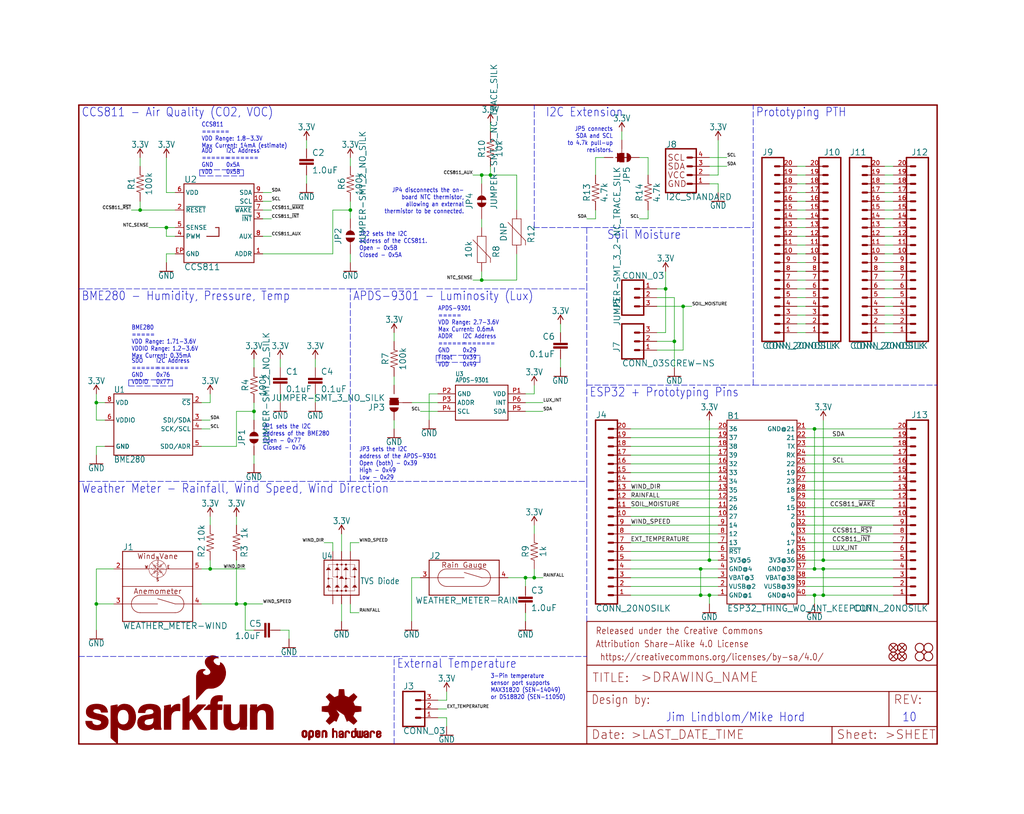
<source format=kicad_sch>
(kicad_sch (version 20211123) (generator eeschema)
  (paper "User" 297.002 236.22)
  (lib_symbols
    (symbol "eagleSchem-eagle-import:0.1UF-0603-25V-(+80{slash}-20%)"
      (property "Reference" "C" (at 1.524 2.921 0))
      (property "Value" "0.1UF-0603-25V-(+80{slash}-20%)" (at 1.524 -2.159 0))
      (symbol "0.1UF-0603-25V-(+80{slash}-20%)_1_0"
        (pin passive line (at 0 5.08 270) (length 2.54) (name "1") (number "1"))
        (pin passive line (at 0 -2.54 90) (length 2.54) (name "2") (number "2"))
      )
    )
    (symbol "eagleSchem-eagle-import:1.0UF-0603-16V-10%"
      (property "Reference" "C" (at 1.524 2.921 0))
      (property "Value" "1.0UF-0603-16V-10%" (at 1.524 -2.159 0))
      (symbol "1.0UF-0603-16V-10%_1_0"
        (pin passive line (at 0 5.08 270) (length 2.54) (name "1") (number "1"))
        (pin passive line (at 0 -2.54 90) (length 2.54) (name "2") (number "2"))
      )
    )
    (symbol "eagleSchem-eagle-import:100KOHM-0603-1{slash}10W-1%"
      (property "Reference" "R" (at 0 1.524 0))
      (property "Value" "100KOHM-0603-1{slash}10W-1%" (at 0 -1.524 0))
      (symbol "100KOHM-0603-1{slash}10W-1%_1_0"
        (pin passive line (at -5.08 0 0) (length 2.54) (name "1") (number "1"))
        (pin passive line (at 5.08 0 180) (length 2.54) (name "2") (number "2"))
      )
    )
    (symbol "eagleSchem-eagle-import:10KOHM-0603-1{slash}10W-1%"
      (property "Reference" "R" (at 0 1.524 0))
      (property "Value" "10KOHM-0603-1{slash}10W-1%" (at 0 -1.524 0))
      (symbol "10KOHM-0603-1{slash}10W-1%_1_0"
        (pin passive line (at -5.08 0 0) (length 2.54) (name "1") (number "1"))
        (pin passive line (at 5.08 0 180) (length 2.54) (name "2") (number "2"))
      )
    )
    (symbol "eagleSchem-eagle-import:1KOHM-0603-1{slash}10W-1%"
      (property "Reference" "R" (at 0 1.524 0))
      (property "Value" "1KOHM-0603-1{slash}10W-1%" (at 0 -1.524 0))
      (symbol "1KOHM-0603-1{slash}10W-1%_1_0"
        (pin passive line (at -5.08 0 0) (length 2.54) (name "1") (number "1"))
        (pin passive line (at 5.08 0 180) (length 2.54) (name "2") (number "2"))
      )
    )
    (symbol "eagleSchem-eagle-import:3.3V" (power)
      (property "Value" "3.3V" (at 0 2.794 0))
      (symbol "3.3V_1_0"
        (pin power_in line (at 0 0 90) (length 2.54) (name "3.3V") (number "1"))
      )
    )
    (symbol "eagleSchem-eagle-import:4.7KOHM-0603-1{slash}10W-1%"
      (property "Reference" "R" (at 0 1.524 0))
      (property "Value" "4.7KOHM-0603-1{slash}10W-1%" (at 0 -1.524 0))
      (symbol "4.7KOHM-0603-1{slash}10W-1%_1_0"
        (pin passive line (at -5.08 0 0) (length 2.54) (name "1") (number "1"))
        (pin passive line (at 5.08 0 180) (length 2.54) (name "2") (number "2"))
      )
    )
    (symbol "eagleSchem-eagle-import:APDS-9301"
      (property "Reference" "U" (at -7.62 7.62 0))
      (property "Value" "APDS-9301" (at -7.62 5.842 0))
      (symbol "APDS-9301_1_0"
        (pin bidirectional line (at 12.7 2.54 180) (length 5.08) (name "VDD") (number "P1"))
        (pin bidirectional line (at -12.7 2.54 0) (length 5.08) (name "GND") (number "P2"))
        (pin bidirectional line (at -12.7 0 0) (length 5.08) (name "ADDR") (number "P3"))
        (pin bidirectional line (at -12.7 -2.54 0) (length 5.08) (name "SCL") (number "P4"))
        (pin bidirectional line (at 12.7 -2.54 180) (length 5.08) (name "SDA") (number "P5"))
        (pin bidirectional line (at 12.7 0 180) (length 5.08) (name "INT") (number "P6"))
      )
    )
    (symbol "eagleSchem-eagle-import:BME280"
      (property "Reference" "U" (at -10.16 7.874 0))
      (property "Value" "BME280" (at -10.16 -10.414 0))
      (symbol "BME280_1_0"
        (pin bidirectional line (at -12.7 -7.62 0) (length 2.54) (name "GND") (number "1"))
        (pin bidirectional line (at 15.24 5.08 180) (length 2.54) (name "~{CS}") (number "2"))
        (pin bidirectional line (at 15.24 0 180) (length 2.54) (name "SDI/SDA") (number "3"))
        (pin bidirectional line (at 15.24 -2.54 180) (length 2.54) (name "SCK/SCL") (number "4"))
        (pin bidirectional line (at 15.24 -7.62 180) (length 2.54) (name "SDO/ADR") (number "5"))
        (pin bidirectional line (at -12.7 0 0) (length 2.54) (name "VDDIO") (number "6"))
        (pin bidirectional line (at -12.7 -7.62 0) (length 2.54) (name "GND") (number "7"))
        (pin bidirectional line (at -12.7 5.08 0) (length 2.54) (name "VDD") (number "8"))
      )
    )
    (symbol "eagleSchem-eagle-import:CCS811"
      (property "Reference" "U" (at -10.16 10.414 0))
      (property "Value" "CCS811" (at -10.16 -12.954 0))
      (symbol "CCS811_1_0"
        (pin bidirectional line (at 12.7 -10.16 180) (length 2.54) (name "ADDR") (number "1"))
        (pin bidirectional line (at 12.7 5.08 180) (length 2.54) (name "SCL") (number "10"))
        (pin bidirectional line (at -12.7 2.54 0) (length 2.54) (name "~{RESET}") (number "2"))
        (pin bidirectional line (at 12.7 0 180) (length 2.54) (name "~{INT}") (number "3"))
        (pin bidirectional line (at -12.7 -5.08 0) (length 2.54) (name "PWM") (number "4"))
        (pin bidirectional line (at -12.7 -2.54 0) (length 2.54) (name "SENSE") (number "5"))
        (pin bidirectional line (at -12.7 7.62 0) (length 2.54) (name "VDD") (number "6"))
        (pin bidirectional line (at 12.7 2.54 180) (length 2.54) (name "~{WAKE}") (number "7"))
        (pin bidirectional line (at 12.7 -5.08 180) (length 2.54) (name "AUX") (number "8"))
        (pin bidirectional line (at 12.7 7.62 180) (length 2.54) (name "SDA") (number "9"))
        (pin bidirectional line (at -12.7 -10.16 0) (length 2.54) (name "GND") (number "EP"))
      )
    )
    (symbol "eagleSchem-eagle-import:CONN_03"
      (property "Reference" "J" (at -2.54 5.588 0))
      (property "Value" "CONN_03" (at -2.54 -7.366 0))
      (symbol "CONN_03_1_0"
        (pin passive line (at 7.62 -2.54 180) (length 5.08) (name "1") (number "1"))
        (pin passive line (at 7.62 0 180) (length 5.08) (name "2") (number "2"))
        (pin passive line (at 7.62 2.54 180) (length 5.08) (name "3") (number "3"))
      )
    )
    (symbol "eagleSchem-eagle-import:CONN_03SCREW-NS"
      (property "Reference" "J" (at -2.54 5.588 0))
      (property "Value" "CONN_03SCREW-NS" (at -2.54 -7.366 0))
      (symbol "CONN_03SCREW-NS_1_0"
        (pin passive line (at 7.62 -2.54 180) (length 5.08) (name "1") (number "1"))
        (pin passive line (at 7.62 0 180) (length 5.08) (name "2") (number "2"))
        (pin passive line (at 7.62 2.54 180) (length 5.08) (name "3") (number "3"))
      )
    )
    (symbol "eagleSchem-eagle-import:CONN_20NOSILK"
      (property "Reference" "J" (at 0 56.388 0))
      (property "Value" "CONN_20NOSILK" (at 0 0.254 0))
      (symbol "CONN_20NOSILK_1_0"
        (pin passive line (at 10.16 5.08 180) (length 5.08) (name "1") (number "1"))
        (pin passive line (at 10.16 27.94 180) (length 5.08) (name "10") (number "10"))
        (pin passive line (at 10.16 30.48 180) (length 5.08) (name "11") (number "11"))
        (pin passive line (at 10.16 33.02 180) (length 5.08) (name "12") (number "12"))
        (pin passive line (at 10.16 35.56 180) (length 5.08) (name "13") (number "13"))
        (pin passive line (at 10.16 38.1 180) (length 5.08) (name "14") (number "14"))
        (pin passive line (at 10.16 40.64 180) (length 5.08) (name "15") (number "15"))
        (pin passive line (at 10.16 43.18 180) (length 5.08) (name "16") (number "16"))
        (pin passive line (at 10.16 45.72 180) (length 5.08) (name "17") (number "17"))
        (pin passive line (at 10.16 48.26 180) (length 5.08) (name "18") (number "18"))
        (pin passive line (at 10.16 50.8 180) (length 5.08) (name "19") (number "19"))
        (pin passive line (at 10.16 7.62 180) (length 5.08) (name "2") (number "2"))
        (pin passive line (at 10.16 53.34 180) (length 5.08) (name "20") (number "20"))
        (pin passive line (at 10.16 10.16 180) (length 5.08) (name "3") (number "3"))
        (pin passive line (at 10.16 12.7 180) (length 5.08) (name "4") (number "4"))
        (pin passive line (at 10.16 15.24 180) (length 5.08) (name "5") (number "5"))
        (pin passive line (at 10.16 17.78 180) (length 5.08) (name "6") (number "6"))
        (pin passive line (at 10.16 20.32 180) (length 5.08) (name "7") (number "7"))
        (pin passive line (at 10.16 22.86 180) (length 5.08) (name "8") (number "8"))
        (pin passive line (at 10.16 25.4 180) (length 5.08) (name "9") (number "9"))
      )
    )
    (symbol "eagleSchem-eagle-import:ESP32_THING_WO_ANT_KEEPOUT"
      (property "Reference" "B" (at -10.16 28.194 0))
      (property "Value" "ESP32_THING_WO_ANT_KEEPOUT" (at -10.16 -25.654 0))
      (symbol "ESP32_THING_WO_ANT_KEEPOUT_1_0"
        (pin bidirectional line (at -12.7 -22.86 0) (length 2.54) (name "GND@1") (number "1"))
        (pin bidirectional line (at -12.7 0 0) (length 2.54) (name "27") (number "10"))
        (pin bidirectional line (at -12.7 2.54 0) (length 2.54) (name "26") (number "11"))
        (pin bidirectional line (at -12.7 5.08 0) (length 2.54) (name "25") (number "12"))
        (pin bidirectional line (at -12.7 7.62 0) (length 2.54) (name "35") (number "13"))
        (pin bidirectional line (at -12.7 10.16 0) (length 2.54) (name "34") (number "14"))
        (pin bidirectional line (at -12.7 12.7 0) (length 2.54) (name "33") (number "15"))
        (pin bidirectional line (at -12.7 15.24 0) (length 2.54) (name "32") (number "16"))
        (pin bidirectional line (at -12.7 17.78 0) (length 2.54) (name "39") (number "17"))
        (pin bidirectional line (at -12.7 20.32 0) (length 2.54) (name "38") (number "18"))
        (pin bidirectional line (at -12.7 22.86 0) (length 2.54) (name "37") (number "19"))
        (pin bidirectional line (at -12.7 -20.32 0) (length 2.54) (name "VUSB@2") (number "2"))
        (pin bidirectional line (at -12.7 25.4 0) (length 2.54) (name "36") (number "20"))
        (pin bidirectional line (at 12.7 25.4 180) (length 2.54) (name "GND@21") (number "21"))
        (pin bidirectional line (at 12.7 22.86 180) (length 2.54) (name "21") (number "22"))
        (pin bidirectional line (at 12.7 20.32 180) (length 2.54) (name "TX") (number "23"))
        (pin bidirectional line (at 12.7 17.78 180) (length 2.54) (name "RX") (number "24"))
        (pin bidirectional line (at 12.7 15.24 180) (length 2.54) (name "22") (number "25"))
        (pin bidirectional line (at 12.7 12.7 180) (length 2.54) (name "19") (number "26"))
        (pin bidirectional line (at 12.7 10.16 180) (length 2.54) (name "23") (number "27"))
        (pin bidirectional line (at 12.7 7.62 180) (length 2.54) (name "18") (number "28"))
        (pin bidirectional line (at 12.7 5.08 180) (length 2.54) (name "5") (number "29"))
        (pin bidirectional line (at -12.7 -17.78 0) (length 2.54) (name "VBAT@3") (number "3"))
        (pin bidirectional line (at 12.7 2.54 180) (length 2.54) (name "15") (number "30"))
        (pin bidirectional line (at 12.7 0 180) (length 2.54) (name "2") (number "31"))
        (pin bidirectional line (at 12.7 -2.54 180) (length 2.54) (name "0") (number "32"))
        (pin bidirectional line (at 12.7 -5.08 180) (length 2.54) (name "4") (number "33"))
        (pin bidirectional line (at 12.7 -7.62 180) (length 2.54) (name "17") (number "34"))
        (pin bidirectional line (at 12.7 -10.16 180) (length 2.54) (name "16") (number "35"))
        (pin bidirectional line (at 12.7 -12.7 180) (length 2.54) (name "3V3@36") (number "36"))
        (pin bidirectional line (at 12.7 -15.24 180) (length 2.54) (name "GND@37") (number "37"))
        (pin bidirectional line (at 12.7 -17.78 180) (length 2.54) (name "VBAT@38") (number "38"))
        (pin bidirectional line (at 12.7 -20.32 180) (length 2.54) (name "VUSB@39") (number "39"))
        (pin bidirectional line (at -12.7 -15.24 0) (length 2.54) (name "GND@4") (number "4"))
        (pin bidirectional line (at 12.7 -22.86 180) (length 2.54) (name "GND@40") (number "40"))
        (pin bidirectional line (at -12.7 -12.7 0) (length 2.54) (name "3V3@5") (number "5"))
        (pin bidirectional line (at -12.7 -10.16 0) (length 2.54) (name "~{RST}") (number "6"))
        (pin bidirectional line (at -12.7 -7.62 0) (length 2.54) (name "13") (number "7"))
        (pin bidirectional line (at -12.7 -5.08 0) (length 2.54) (name "12") (number "8"))
        (pin bidirectional line (at -12.7 -2.54 0) (length 2.54) (name "14") (number "9"))
      )
    )
    (symbol "eagleSchem-eagle-import:FIDUCIAL1X2")
    (symbol "eagleSchem-eagle-import:FRAME-LETTER"
      (symbol "FRAME-LETTER_2_0"
        (text " https://creativecommons.org/licenses/by-sa/4.0/" (at 2.54 24.13 0) (effects (font (size 1.9304 1.6408)) (justify left bottom)))
        (text ">DRAWING_NAME" (at 15.494 17.78 0) (effects (font (size 2.7432 2.7432)) (justify left bottom)))
        (text ">LAST_DATE_TIME" (at 12.7 1.27 0) (effects (font (size 2.54 2.54)) (justify left bottom)))
        (text ">SHEET" (at 86.36 1.27 0) (effects (font (size 2.54 2.54)) (justify left bottom)))
        (text "Attribution Share-Alike 4.0 License" (at 2.54 27.94 0) (effects (font (size 1.9304 1.6408)) (justify left bottom)))
        (text "Date:" (at 1.27 1.27 0) (effects (font (size 2.54 2.54)) (justify left bottom)))
        (text "Design by:" (at 1.27 11.43 0) (effects (font (size 2.54 2.159)) (justify left bottom)))
        (text "Released under the Creative Commons" (at 2.54 31.75 0) (effects (font (size 1.9304 1.6408)) (justify left bottom)))
        (text "REV:" (at 88.9 11.43 0) (effects (font (size 2.54 2.54)) (justify left bottom)))
        (text "Sheet:" (at 72.39 1.27 0) (effects (font (size 2.54 2.54)) (justify left bottom)))
        (text "TITLE:" (at 1.524 17.78 0) (effects (font (size 2.54 2.54)) (justify left bottom)))
      )
    )
    (symbol "eagleSchem-eagle-import:GND" (power)
      (property "Value" "GND" (at 0 -0.254 0))
      (symbol "GND_1_0"
        (pin power_in line (at 0 2.54 270) (length 2.54) (name "GND") (number "1"))
      )
    )
    (symbol "eagleSchem-eagle-import:I2C_STANDARD"
      (property "Reference" "J" (at -5.08 7.874 0))
      (property "Value" "I2C_STANDARD" (at -5.08 -5.334 0))
      (symbol "I2C_STANDARD_1_0"
        (text "GND" (at -4.572 -2.54 0) (effects (font (size 1.778 1.778)) (justify left)))
        (text "SCL" (at -4.572 5.08 0) (effects (font (size 1.778 1.778)) (justify left)))
        (text "SDA" (at -4.572 2.54 0) (effects (font (size 1.778 1.778)) (justify left)))
        (text "VCC" (at -4.572 0 0) (effects (font (size 1.778 1.778)) (justify left)))
        (pin power_in line (at 7.62 -2.54 180) (length 5.08) (name "1") (number "1"))
        (pin power_in line (at 7.62 0 180) (length 5.08) (name "2") (number "2"))
        (pin passive line (at 7.62 2.54 180) (length 5.08) (name "3") (number "3"))
        (pin passive line (at 7.62 5.08 180) (length 5.08) (name "4") (number "4"))
      )
    )
    (symbol "eagleSchem-eagle-import:JUMPER-SMT_2_NC_TRACE_SILK"
      (property "Reference" "JP" (at -2.54 2.54 0))
      (property "Value" "JUMPER-SMT_2_NC_TRACE_SILK" (at -2.54 -2.54 0))
      (symbol "JUMPER-SMT_2_NC_TRACE_SILK_1_0"
        (pin passive line (at -5.08 0 0) (length 2.54) (name "1") (number "1"))
        (pin passive line (at 5.08 0 180) (length 2.54) (name "2") (number "2"))
      )
    )
    (symbol "eagleSchem-eagle-import:JUMPER-SMT_2_NO_SILK"
      (property "Reference" "JP" (at -2.54 2.54 0))
      (property "Value" "JUMPER-SMT_2_NO_SILK" (at -2.54 -2.54 0))
      (symbol "JUMPER-SMT_2_NO_SILK_1_0"
        (pin passive line (at -5.08 0 0) (length 2.54) (name "1") (number "1"))
        (pin passive line (at 5.08 0 180) (length 2.54) (name "2") (number "2"))
      )
    )
    (symbol "eagleSchem-eagle-import:JUMPER-SMT_3_2-NC_TRACE_SILK"
      (property "Reference" "JP" (at 2.54 0.381 0))
      (property "Value" "JUMPER-SMT_3_2-NC_TRACE_SILK" (at 2.54 -0.381 0))
      (symbol "JUMPER-SMT_3_2-NC_TRACE_SILK_1_0"
        (pin passive line (at 0 5.08 270) (length 2.54) (name "1") (number "1"))
        (pin passive line (at -5.08 0 0) (length 2.54) (name "2") (number "2"))
        (pin passive line (at 0 -5.08 90) (length 2.54) (name "3") (number "3"))
      )
    )
    (symbol "eagleSchem-eagle-import:JUMPER-SMT_3_NO_SILK"
      (property "Reference" "JP" (at 2.54 0.381 0))
      (property "Value" "JUMPER-SMT_3_NO_SILK" (at 2.54 -0.381 0))
      (symbol "JUMPER-SMT_3_NO_SILK_1_0"
        (pin passive line (at 0 5.08 270) (length 2.54) (name "1") (number "1"))
        (pin passive line (at -5.08 0 0) (length 2.54) (name "2") (number "2"))
        (pin passive line (at 0 -5.08 90) (length 2.54) (name "3") (number "3"))
      )
    )
    (symbol "eagleSchem-eagle-import:NTC-THERMISTOR-0603"
      (property "Reference" "R" (at 1.905 3.175 0))
      (property "Value" "NTC-THERMISTOR-0603" (at 1.27 -2.794 0))
      (symbol "NTC-THERMISTOR-0603_1_0"
        (pin bidirectional line (at -5.08 0 0) (length 2.54) (name "1") (number "1"))
        (pin bidirectional line (at 7.62 0 180) (length 2.54) (name "2") (number "2"))
      )
    )
    (symbol "eagleSchem-eagle-import:NTC-THERMISTOR-AXIAL-0.1"
      (property "Reference" "R" (at 1.905 3.175 0))
      (property "Value" "NTC-THERMISTOR-AXIAL-0.1" (at 1.27 -2.794 0))
      (symbol "NTC-THERMISTOR-AXIAL-0.1_1_0"
        (pin bidirectional line (at -5.08 0 0) (length 2.54) (name "1") (number "P$1"))
        (pin bidirectional line (at 7.62 0 180) (length 2.54) (name "2") (number "P$2"))
      )
    )
    (symbol "eagleSchem-eagle-import:OSHW-LOGOS")
    (symbol "eagleSchem-eagle-import:SFE_LOGO_FLAME.1_INCH")
    (symbol "eagleSchem-eagle-import:SFE_LOGO_NAME.1_INCH")
    (symbol "eagleSchem-eagle-import:SFE_LOGO_NAME_FLAME.1_INCH")
    (symbol "eagleSchem-eagle-import:STAND-OFF")
    (symbol "eagleSchem-eagle-import:TVS_DIODE_ARRAYSMD"
      (property "Reference" "U" (at 2.54 -10.16 0))
      (property "Value" "TVS_DIODE_ARRAYSMD" (at 2.54 -12.7 0))
      (symbol "TVS_DIODE_ARRAYSMD_1_0"
        (pin bidirectional line (at -2.54 -7.62 90) (length 2.54) (name "IO1") (number "1"))
        (pin bidirectional line (at 0 -7.62 90) (length 2.54) (name "VSS") (number "2"))
        (pin bidirectional line (at 2.54 -7.62 90) (length 2.54) (name "IO2") (number "3"))
        (pin bidirectional line (at 2.54 7.62 270) (length 2.54) (name "IO3") (number "4"))
        (pin bidirectional line (at 0 7.62 270) (length 2.54) (name "VCC") (number "5"))
        (pin bidirectional line (at -2.54 7.62 270) (length 2.54) (name "IO4") (number "6"))
      )
    )
    (symbol "eagleSchem-eagle-import:WEATHER_METER-RAIN"
      (property "Reference" "J" (at -10.16 5.334 0))
      (property "Value" "WEATHER_METER-RAIN" (at -10.16 -5.334 0))
      (symbol "WEATHER_METER-RAIN_1_0"
        (text "Rain Gauge" (at 0 4.572 0) (effects (font (size 1.524 1.524)) (justify top)))
        (pin passive line (at -12.7 0 0) (length 2.54) (name "1") (number "3"))
        (pin passive line (at 12.7 0 180) (length 2.54) (name "2") (number "4"))
      )
    )
    (symbol "eagleSchem-eagle-import:WEATHER_METER-WIND"
      (property "Reference" "J" (at -10.16 7.874 0))
      (property "Value" "WEATHER_METER-WIND" (at -10.16 -12.954 0))
      (symbol "WEATHER_METER-WIND_1_0"
        (text "Anemometer" (at 0 -3.048 0) (effects (font (size 1.524 1.524)) (justify top)))
        (text "E" (at 2.667 2.667 0) (effects (font (size 0.8128 0.8128)) (justify left bottom)))
        (text "N" (at 0 5.207 0) (effects (font (size 0.8128 0.8128)) (justify bottom)))
        (text "S" (at 0 -0.127 0) (effects (font (size 0.8128 0.8128)) (justify top)))
        (text "W" (at -2.667 2.667 0) (effects (font (size 0.8128 0.8128)) (justify right bottom)))
        (text "Wind Vane" (at 0 7.112 0) (effects (font (size 1.524 1.524)) (justify top)))
        (pin bidirectional line (at -12.7 2.54 0) (length 2.54) (name "DIR-1") (number "2"))
        (pin bidirectional line (at -12.7 -7.62 0) (length 2.54) (name "ANN-1") (number "3"))
        (pin bidirectional line (at 12.7 -7.62 180) (length 2.54) (name "ANN-2") (number "4"))
        (pin bidirectional line (at 12.7 2.54 180) (length 2.54) (name "DIR2") (number "5"))
      )
    )
  )
  (junction (at 139.7 50.8))
  (junction (at 203.2 165.1))
  (junction (at 238.76 165.1))
  (junction (at 236.22 124.46))
  (junction (at 203.2 172.72))
  (junction (at 40.64 60.96))
  (junction (at 48.26 66.04))
  (junction (at 205.74 162.56))
  (junction (at 195.58 99.06))
  (junction (at 68.58 175.26))
  (junction (at 154.94 167.64))
  (junction (at 73.66 119.38))
  (junction (at 142.24 50.8))
  (junction (at 139.7 81.28))
  (junction (at 71.12 175.26))
  (junction (at 205.74 172.72))
  (junction (at 193.04 83.82))
  (junction (at 27.94 175.26))
  (junction (at 238.76 162.56))
  (junction (at 152.4 167.64))
  (junction (at 238.76 172.72))
  (junction (at 198.12 88.9))
  (junction (at 60.96 165.1))
  (junction (at 27.94 116.84))
  (junction (at 236.22 172.72))
  (junction (at 236.22 165.1))
  (junction (at 101.6 60.96))
  (polyline (pts (xy 50.038 112.014) (xy 50.038 110.236)))
  (wire (pts (xy 127 208.28) (xy 129.54 208.28)))
  (wire (pts (xy 27.94 116.84) (xy 27.94 114.3)))
  (wire (pts (xy 40.64 45.72) (xy 40.64 48.26)))
  (wire (pts (xy 88.9 40.64) (xy 88.9 43.18)))
  (wire (pts (xy 259.08 68.58) (xy 256.54 68.58)))
  (wire (pts (xy 187.96 63.5) (xy 185.42 63.5)))
  (wire (pts (xy 193.04 83.82) (xy 193.04 78.74)))
  (wire (pts (xy 233.68 66.04) (xy 231.14 66.04)))
  (wire (pts (xy 259.08 76.2) (xy 256.54 76.2)))
  (wire (pts (xy 68.58 162.56) (xy 68.58 175.26)))
  (wire (pts (xy 208.28 53.34) (xy 208.28 55.88)))
  (wire (pts (xy 182.88 147.32) (xy 208.28 147.32)))
  (polyline (pts (xy 22.86 139.7) (xy 101.6 139.7)))
  (wire (pts (xy 259.08 58.42) (xy 256.54 58.42)))
  (wire (pts (xy 33.02 175.26) (xy 27.94 175.26)))
  (wire (pts (xy 101.6 177.8) (xy 104.14 177.8)))
  (wire (pts (xy 238.76 121.92) (xy 238.76 162.56)))
  (wire (pts (xy 190.5 88.9) (xy 198.12 88.9)))
  (wire (pts (xy 233.68 134.62) (xy 259.08 134.62)))
  (wire (pts (xy 259.08 88.9) (xy 256.54 88.9)))
  (polyline (pts (xy 126.492 105.156) (xy 139.192 105.156)))
  (wire (pts (xy 259.08 78.74) (xy 256.54 78.74)))
  (wire (pts (xy 259.08 170.18) (xy 233.68 170.18)))
  (wire (pts (xy 182.88 152.4) (xy 208.28 152.4)))
  (wire (pts (xy 182.88 144.78) (xy 208.28 144.78)))
  (wire (pts (xy 152.4 170.18) (xy 152.4 167.64)))
  (polyline (pts (xy 57.912 51.054) (xy 70.612 51.054)))
  (wire (pts (xy 81.28 182.88) (xy 83.82 182.88)))
  (wire (pts (xy 259.08 60.96) (xy 256.54 60.96)))
  (wire (pts (xy 182.88 129.54) (xy 208.28 129.54)))
  (wire (pts (xy 205.74 175.26) (xy 205.74 172.72)))
  (wire (pts (xy 33.02 165.1) (xy 27.94 165.1)))
  (polyline (pts (xy 139.192 105.156) (xy 139.192 103.124)))
  (wire (pts (xy 30.48 116.84) (xy 27.94 116.84)))
  (wire (pts (xy 233.68 71.12) (xy 231.14 71.12)))
  (wire (pts (xy 68.58 149.86) (xy 68.58 152.4)))
  (wire (pts (xy 195.58 86.36) (xy 195.58 99.06)))
  (wire (pts (xy 187.96 60.96) (xy 187.96 63.5)))
  (wire (pts (xy 172.72 45.72) (xy 175.26 45.72)))
  (wire (pts (xy 48.26 68.58) (xy 50.8 68.58)))
  (wire (pts (xy 30.48 129.54) (xy 27.94 129.54)))
  (wire (pts (xy 73.66 106.68) (xy 73.66 104.14)))
  (wire (pts (xy 76.2 63.5) (xy 78.74 63.5)))
  (wire (pts (xy 233.68 91.44) (xy 231.14 91.44)))
  (wire (pts (xy 114.3 109.22) (xy 114.3 111.76)))
  (polyline (pts (xy 37.338 112.014) (xy 50.038 112.014)))
  (wire (pts (xy 259.08 86.36) (xy 256.54 86.36)))
  (polyline (pts (xy 101.6 83.82) (xy 170.18 83.82)))
  (wire (pts (xy 142.24 35.56) (xy 142.24 38.1)))
  (polyline (pts (xy 218.44 66.04) (xy 218.44 30.48)))
  (wire (pts (xy 236.22 175.26) (xy 236.22 172.72)))
  (polyline (pts (xy 22.86 190.5) (xy 114.3 190.5)))
  (wire (pts (xy 182.88 139.7) (xy 208.28 139.7)))
  (wire (pts (xy 27.94 175.26) (xy 27.94 165.1)))
  (wire (pts (xy 180.34 38.1) (xy 180.34 40.64)))
  (wire (pts (xy 182.88 149.86) (xy 208.28 149.86)))
  (polyline (pts (xy 101.6 139.7) (xy 170.18 139.7)))
  (wire (pts (xy 233.68 48.26) (xy 231.14 48.26)))
  (wire (pts (xy 182.88 157.48) (xy 208.28 157.48)))
  (wire (pts (xy 60.96 116.84) (xy 60.96 114.3)))
  (wire (pts (xy 129.54 203.2) (xy 129.54 200.66)))
  (wire (pts (xy 205.74 172.72) (xy 208.28 172.72)))
  (wire (pts (xy 259.08 152.4) (xy 233.68 152.4)))
  (polyline (pts (xy 22.86 83.82) (xy 101.6 83.82)))
  (wire (pts (xy 236.22 124.46) (xy 233.68 124.46)))
  (wire (pts (xy 58.42 121.92) (xy 60.96 121.92)))
  (wire (pts (xy 58.42 116.84) (xy 60.96 116.84)))
  (wire (pts (xy 182.88 165.1) (xy 203.2 165.1)))
  (wire (pts (xy 81.28 104.14) (xy 81.28 106.68)))
  (wire (pts (xy 259.08 63.5) (xy 256.54 63.5)))
  (wire (pts (xy 101.6 45.72) (xy 101.6 48.26)))
  (wire (pts (xy 71.12 175.26) (xy 68.58 175.26)))
  (wire (pts (xy 259.08 147.32) (xy 233.68 147.32)))
  (wire (pts (xy 259.08 55.88) (xy 256.54 55.88)))
  (wire (pts (xy 259.08 81.28) (xy 256.54 81.28)))
  (wire (pts (xy 182.88 160.02) (xy 208.28 160.02)))
  (wire (pts (xy 190.5 83.82) (xy 193.04 83.82)))
  (wire (pts (xy 259.08 167.64) (xy 233.68 167.64)))
  (wire (pts (xy 236.22 172.72) (xy 233.68 172.72)))
  (polyline (pts (xy 170.18 111.76) (xy 218.44 111.76)))
  (wire (pts (xy 233.68 127) (xy 259.08 127)))
  (wire (pts (xy 60.96 149.86) (xy 60.96 152.4)))
  (wire (pts (xy 91.44 116.84) (xy 91.44 114.3)))
  (wire (pts (xy 68.58 119.38) (xy 73.66 119.38)))
  (wire (pts (xy 127 116.84) (xy 119.38 116.84)))
  (wire (pts (xy 233.68 50.8) (xy 231.14 50.8)))
  (wire (pts (xy 205.74 53.34) (xy 208.28 53.34)))
  (wire (pts (xy 48.26 55.88) (xy 48.26 45.72)))
  (polyline (pts (xy 57.912 49.276) (xy 57.912 51.054)))
  (wire (pts (xy 149.86 73.66) (xy 149.86 81.28)))
  (wire (pts (xy 127 119.38) (xy 121.92 119.38)))
  (wire (pts (xy 157.48 116.84) (xy 152.4 116.84)))
  (polyline (pts (xy 114.3 190.5) (xy 170.18 190.5)))
  (wire (pts (xy 124.46 121.92) (xy 124.46 114.3)))
  (wire (pts (xy 50.8 55.88) (xy 48.26 55.88)))
  (wire (pts (xy 233.68 93.98) (xy 231.14 93.98)))
  (wire (pts (xy 48.26 66.04) (xy 48.26 68.58)))
  (wire (pts (xy 259.08 91.44) (xy 256.54 91.44)))
  (wire (pts (xy 40.64 60.96) (xy 40.64 58.42)))
  (wire (pts (xy 124.46 114.3) (xy 127 114.3)))
  (wire (pts (xy 238.76 172.72) (xy 238.76 165.1)))
  (wire (pts (xy 101.6 63.5) (xy 101.6 60.96)))
  (wire (pts (xy 157.48 167.64) (xy 154.94 167.64)))
  (wire (pts (xy 182.88 154.94) (xy 208.28 154.94)))
  (wire (pts (xy 233.68 149.86) (xy 259.08 149.86)))
  (wire (pts (xy 101.6 76.2) (xy 101.6 73.66)))
  (wire (pts (xy 193.04 96.52) (xy 193.04 83.82)))
  (polyline (pts (xy 218.44 111.76) (xy 218.44 66.04)))
  (wire (pts (xy 236.22 124.46) (xy 236.22 165.1)))
  (wire (pts (xy 101.6 160.02) (xy 101.6 157.48)))
  (wire (pts (xy 182.88 162.56) (xy 205.74 162.56)))
  (wire (pts (xy 76.2 58.42) (xy 78.74 58.42)))
  (polyline (pts (xy 218.44 111.76) (xy 271.78 111.76)))
  (wire (pts (xy 182.88 132.08) (xy 208.28 132.08)))
  (wire (pts (xy 162.56 93.98) (xy 162.56 96.52)))
  (wire (pts (xy 40.64 60.96) (xy 38.1 60.96)))
  (wire (pts (xy 60.96 165.1) (xy 58.42 165.1)))
  (wire (pts (xy 190.5 96.52) (xy 193.04 96.52)))
  (wire (pts (xy 96.52 157.48) (xy 93.98 157.48)))
  (wire (pts (xy 162.56 106.68) (xy 162.56 104.14)))
  (wire (pts (xy 190.5 99.06) (xy 195.58 99.06)))
  (wire (pts (xy 139.7 66.04) (xy 139.7 63.5)))
  (wire (pts (xy 96.52 60.96) (xy 101.6 60.96)))
  (wire (pts (xy 30.48 121.92) (xy 27.94 121.92)))
  (wire (pts (xy 259.08 132.08) (xy 233.68 132.08)))
  (wire (pts (xy 139.7 50.8) (xy 142.24 50.8)))
  (wire (pts (xy 83.82 182.88) (xy 83.82 185.42)))
  (wire (pts (xy 154.94 167.64) (xy 154.94 165.1)))
  (wire (pts (xy 205.74 48.26) (xy 210.82 48.26)))
  (wire (pts (xy 259.08 139.7) (xy 233.68 139.7)))
  (polyline (pts (xy 170.18 66.04) (xy 154.94 66.04)))
  (wire (pts (xy 172.72 60.96) (xy 172.72 63.5)))
  (wire (pts (xy 259.08 48.26) (xy 256.54 48.26)))
  (wire (pts (xy 127 203.2) (xy 129.54 203.2)))
  (wire (pts (xy 233.68 86.36) (xy 231.14 86.36)))
  (wire (pts (xy 114.3 96.52) (xy 114.3 99.06)))
  (wire (pts (xy 259.08 144.78) (xy 233.68 144.78)))
  (wire (pts (xy 48.26 73.66) (xy 48.26 76.2)))
  (wire (pts (xy 81.28 116.84) (xy 81.28 114.3)))
  (wire (pts (xy 259.08 142.24) (xy 233.68 142.24)))
  (polyline (pts (xy 170.18 139.7) (xy 170.18 111.76)))
  (wire (pts (xy 101.6 157.48) (xy 104.14 157.48)))
  (wire (pts (xy 137.16 50.8) (xy 139.7 50.8)))
  (wire (pts (xy 259.08 71.12) (xy 256.54 71.12)))
  (polyline (pts (xy 114.3 215.9) (xy 114.3 190.5)))
  (wire (pts (xy 48.26 66.04) (xy 43.18 66.04)))
  (wire (pts (xy 233.68 53.34) (xy 231.14 53.34)))
  (wire (pts (xy 152.4 180.34) (xy 152.4 177.8)))
  (wire (pts (xy 233.68 83.82) (xy 231.14 83.82)))
  (wire (pts (xy 71.12 182.88) (xy 71.12 175.26)))
  (wire (pts (xy 170.18 63.5) (xy 172.72 63.5)))
  (wire (pts (xy 259.08 53.34) (xy 256.54 53.34)))
  (wire (pts (xy 233.68 55.88) (xy 231.14 55.88)))
  (polyline (pts (xy 170.18 180.34) (xy 170.18 139.7)))
  (polyline (pts (xy 170.18 111.76) (xy 170.18 83.82)))
  (wire (pts (xy 149.86 60.96) (xy 149.86 50.8)))
  (polyline (pts (xy 70.612 49.276) (xy 57.912 49.276)))
  (wire (pts (xy 76.2 55.88) (xy 78.74 55.88)))
  (wire (pts (xy 88.9 53.34) (xy 88.9 50.8)))
  (wire (pts (xy 76.2 175.26) (xy 71.12 175.26)))
  (wire (pts (xy 27.94 121.92) (xy 27.94 116.84)))
  (wire (pts (xy 182.88 134.62) (xy 208.28 134.62)))
  (wire (pts (xy 205.74 121.92) (xy 205.74 162.56)))
  (wire (pts (xy 187.96 50.8) (xy 187.96 45.72)))
  (wire (pts (xy 114.3 124.46) (xy 114.3 121.92)))
  (wire (pts (xy 182.88 137.16) (xy 208.28 137.16)))
  (wire (pts (xy 149.86 81.28) (xy 139.7 81.28)))
  (wire (pts (xy 73.66 134.62) (xy 73.66 132.08)))
  (wire (pts (xy 58.42 124.46) (xy 60.96 124.46)))
  (wire (pts (xy 259.08 129.54) (xy 233.68 129.54)))
  (wire (pts (xy 119.38 167.64) (xy 119.38 180.34)))
  (wire (pts (xy 205.74 50.8) (xy 208.28 50.8)))
  (wire (pts (xy 238.76 165.1) (xy 236.22 165.1)))
  (wire (pts (xy 101.6 175.26) (xy 101.6 177.8)))
  (wire (pts (xy 27.94 182.88) (xy 27.94 175.26)))
  (wire (pts (xy 121.92 167.64) (xy 119.38 167.64)))
  (wire (pts (xy 76.2 73.66) (xy 96.52 73.66)))
  (wire (pts (xy 58.42 129.54) (xy 68.58 129.54)))
  (wire (pts (xy 73.66 121.92) (xy 73.66 119.38)))
  (wire (pts (xy 203.2 165.1) (xy 208.28 165.1)))
  (polyline (pts (xy 101.6 139.7) (xy 101.6 83.82)))
  (wire (pts (xy 233.68 154.94) (xy 259.08 154.94)))
  (wire (pts (xy 182.88 172.72) (xy 203.2 172.72)))
  (wire (pts (xy 99.06 154.94) (xy 99.06 160.02)))
  (wire (pts (xy 198.12 101.6) (xy 198.12 88.9)))
  (wire (pts (xy 129.54 208.28) (xy 129.54 210.82)))
  (wire (pts (xy 101.6 60.96) (xy 101.6 58.42)))
  (polyline (pts (xy 139.192 103.124) (xy 126.492 103.124)))
  (wire (pts (xy 233.68 78.74) (xy 231.14 78.74)))
  (polyline (pts (xy 126.492 103.124) (xy 126.492 105.156)))
  (wire (pts (xy 76.2 60.96) (xy 78.74 60.96)))
  (wire (pts (xy 152.4 167.64) (xy 154.94 167.64)))
  (wire (pts (xy 259.08 137.16) (xy 233.68 137.16)))
  (wire (pts (xy 233.68 160.02) (xy 259.08 160.02)))
  (polyline (pts (xy 70.612 51.054) (xy 70.612 49.276)))
  (wire (pts (xy 127 205.74) (xy 129.54 205.74)))
  (polyline (pts (xy 50.038 110.236) (xy 37.338 110.236)))
  (wire (pts (xy 259.08 165.1) (xy 238.76 165.1)))
  (wire (pts (xy 182.88 167.64) (xy 208.28 167.64)))
  (wire (pts (xy 233.68 73.66) (xy 231.14 73.66)))
  (wire (pts (xy 99.06 180.34) (xy 99.06 175.26)))
  (wire (pts (xy 233.68 58.42) (xy 231.14 58.42)))
  (wire (pts (xy 190.5 86.36) (xy 195.58 86.36)))
  (wire (pts (xy 259.08 93.98) (xy 256.54 93.98)))
  (wire (pts (xy 238.76 162.56) (xy 233.68 162.56)))
  (wire (pts (xy 195.58 99.06) (xy 195.58 106.68)))
  (wire (pts (xy 147.32 167.64) (xy 152.4 167.64)))
  (wire (pts (xy 50.8 73.66) (xy 48.26 73.66)))
  (wire (pts (xy 154.94 152.4) (xy 154.94 154.94)))
  (wire (pts (xy 60.96 165.1) (xy 60.96 162.56)))
  (wire (pts (xy 203.2 172.72) (xy 205.74 172.72)))
  (wire (pts (xy 182.88 124.46) (xy 208.28 124.46)))
  (wire (pts (xy 259.08 83.82) (xy 256.54 83.82)))
  (wire (pts (xy 71.12 165.1) (xy 60.96 165.1)))
  (wire (pts (xy 142.24 50.8) (xy 149.86 50.8)))
  (wire (pts (xy 50.8 66.04) (xy 48.26 66.04)))
  (wire (pts (xy 205.74 45.72) (xy 210.82 45.72)))
  (wire (pts (xy 139.7 81.28) (xy 137.16 81.28)))
  (wire (pts (xy 259.08 96.52) (xy 256.54 96.52)))
  (wire (pts (xy 96.52 73.66) (xy 96.52 60.96)))
  (wire (pts (xy 152.4 114.3) (xy 154.94 114.3)))
  (wire (pts (xy 205.74 162.56) (xy 208.28 162.56)))
  (wire (pts (xy 233.68 63.5) (xy 231.14 63.5)))
  (polyline (pts (xy 37.338 110.236) (xy 37.338 112.014)))
  (wire (pts (xy 238.76 172.72) (xy 236.22 172.72)))
  (wire (pts (xy 259.08 73.66) (xy 256.54 73.66)))
  (wire (pts (xy 233.68 81.28) (xy 231.14 81.28)))
  (wire (pts (xy 182.88 142.24) (xy 208.28 142.24)))
  (wire (pts (xy 96.52 160.02) (xy 96.52 157.48)))
  (wire (pts (xy 233.68 60.96) (xy 231.14 60.96)))
  (wire (pts (xy 233.68 96.52) (xy 231.14 96.52)))
  (wire (pts (xy 259.08 172.72) (xy 238.76 172.72)))
  (wire (pts (xy 259.08 66.04) (xy 256.54 66.04)))
  (polyline (pts (xy 170.18 83.82) (xy 170.18 66.04)))
  (wire (pts (xy 152.4 119.38) (xy 157.48 119.38)))
  (wire (pts (xy 73.66 182.88) (xy 71.12 182.88)))
  (wire (pts (xy 58.42 175.26) (xy 68.58 175.26)))
  (wire (pts (xy 190.5 101.6) (xy 198.12 101.6)))
  (wire (pts (xy 203.2 172.72) (xy 203.2 165.1)))
  (wire (pts (xy 50.8 60.96) (xy 40.64 60.96)))
  (wire (pts (xy 236.22 124.46) (xy 259.08 124.46)))
  (wire (pts (xy 91.44 104.14) (xy 91.44 106.68)))
  (wire (pts (xy 27.94 132.08) (xy 27.94 129.54)))
  (wire (pts (xy 238.76 162.56) (xy 259.08 162.56)))
  (wire (pts (xy 68.58 129.54) (xy 68.58 119.38)))
  (wire (pts (xy 233.68 76.2) (xy 231.14 76.2)))
  (polyline (pts (xy 170.18 66.04) (xy 218.44 66.04)))
  (wire (pts (xy 208.28 50.8) (xy 208.28 40.64)))
  (wire (pts (xy 187.96 45.72) (xy 185.42 45.72)))
  (wire (pts (xy 236.22 165.1) (xy 233.68 165.1)))
  (wire (pts (xy 182.88 170.18) (xy 208.28 170.18)))
  (wire (pts (xy 73.66 119.38) (xy 73.66 116.84)))
  (wire (pts (xy 139.7 53.34) (xy 139.7 50.8)))
  (wire (pts (xy 259.08 50.8) (xy 256.54 50.8)))
  (wire (pts (xy 142.24 48.26) (xy 142.24 50.8)))
  (polyline (pts (xy 154.94 66.04) (xy 154.94 30.48)))
  (wire (pts (xy 154.94 114.3) (xy 154.94 111.76)))
  (wire (pts (xy 233.68 68.58) (xy 231.14 68.58)))
  (wire (pts (xy 233.68 88.9) (xy 231.14 88.9)))
  (wire (pts (xy 172.72 50.8) (xy 172.72 45.72)))
  (wire (pts (xy 76.2 68.58) (xy 78.74 68.58)))
  (wire (pts (xy 198.12 88.9) (xy 200.66 88.9)))
  (wire (pts (xy 233.68 157.48) (xy 259.08 157.48)))
  (wire (pts (xy 139.7 81.28) (xy 139.7 78.74)))
  (wire (pts (xy 182.88 127) (xy 208.28 127)))
  (text "ADD\n======\nGND\nVDD" (at 58.42 50.8 180) (effects (font (size 1.27 1.0795)) (justify left bottom)))
  (text "I2C Address\n=======\n0x29\n0x39\n0x49" (at 134.112 106.68 180) (effects (font (size 1.27 1.0795)) (justify left bottom)))
  (text "ADDR\n======\nGND\nFloat\nVDD" (at 127 106.68 180) (effects (font (size 1.27 1.0795)) (justify left bottom)))
  (text "BME280 - Humidity, Pressure, Temp" (at 23.622 84.582 180) (effects (font (size 2.54 2.159)) (justify left top)))
  (text "I2C Extension" (at 158.242 31.242 180) (effects (font (size 2.54 2.159)) (justify left top)))
  (text "JP2 sets the I2C\naddress of the CCS811.\nOpen - 0x5B\nClosed - 0x5A" (at 104.14 71.12 0) (effects (font (size 1.27 1.0795)) (justify left)))
  (text "JP4 disconnects the on-\nboard NTC thermistor,\nallowing an external\nthermistor to be connected." (at 134.62 58.42 0) (effects (font (size 1.27 1.0795)) (justify right)))
  (text "I2C Address\n=======\n0x76\n0x77" (at 45.212 111.76 180) (effects (font (size 1.27 1.0795)) (justify left bottom)))
  (text "Prototyping PTH" (at 219.202 31.242 180) (effects (font (size 2.54 2.159)) (justify left top)))
  (text "JP5 connects\nSDA and SCL\nto 4.7k pull-up\nresistors." (at 177.8 40.64 0) (effects (font (size 1.27 1.0795)) (justify right)))
  (text "I2C Address\n=======\n0x5A\n0x5B" (at 65.532 50.8 180) (effects (font (size 1.27 1.0795)) (justify left bottom)))
  (text "Weather Meter - Rainfall, Wind Speed, Wind Direction" (at 23.622 140.462 0) (effects (font (size 2.54 2.159)) (justify left top)))
  (text "External Temperature" (at 115.062 191.262 180) (effects (font (size 2.54 2.159)) (justify left top)))
  (text "APDS-9301\n=====\nVDD Range: 2.7-3.6V\nMax Current: 0.6mA" (at 127 96.52 0) (effects (font (size 1.27 1.0795)) (justify left bottom)))
  (text "JP1 sets the I2C\naddress of the BME280\nOpen - 0x77\nClosed - 0x76" (at 76.2 127 0) (effects (font (size 1.27 1.0795)) (justify left)))
  (text "CCS811 - Air Quality (CO2, VOC)" (at 23.622 31.242 180) (effects (font (size 2.54 2.159)) (justify left top)))
  (text "BME280\n=====\nVDD Range: 1.71-3.6V\nVDDIO Range: 1.2-3.6V\nMax Current: 0.35mA" (at 38.1 104.14 0) (effects (font (size 1.27 1.0795)) (justify left bottom)))
  (text "3-Pin temperature\nsensor port supports\nMAX31820 (SEN-14049)\nor DS18B20 (SEN-11050)" (at 142.24 195.58 0) (effects (font (size 1.27 1.0795)) (justify left top)))
  (text "Jim Lindblom/Mike Hord" (at 193.04 208.28 180) (effects (font (size 2.54 2.159)) (justify left)))
  (text "SDO\n======\nGND\nVDDIO" (at 38.1 111.76 180) (effects (font (size 1.27 1.0795)) (justify left bottom)))
  (text "JP3 sets the I2C\naddress of the APDS-9301\nOpen (both) - 0x39\nHigh - 0x49\nLow - 0x29" (at 104.14 134.62 0) (effects (font (size 1.27 1.0795)) (justify left)))
  (text "APDS-9301 - Luminosity (Lux)" (at 102.362 84.582 180) (effects (font (size 2.54 2.159)) (justify left top)))
  (text "Soil Moisture" (at 176.022 66.802 180) (effects (font (size 2.54 2.159)) (justify left top)))
  (text "CCS811\n======\nVDD Range: 1.8-3.3V\nMax Current: 14mA (estimate)" (at 58.42 43.18 0) (effects (font (size 1.27 1.0795)) (justify left bottom)))
  (text "ESP32 + Prototyping Pins" (at 170.942 112.522 180) (effects (font (size 2.54 2.159)) (justify left top)))
  (text "10" (at 261.62 208.28 180) (effects (font (size 2.54 2.159)) (justify left)))
  (label "CCS811_AUX" (at 78.74 68.58 0) (effects (font (size 0.889 0.889))))
  (label "WIND_SPEED" (at 104.14 157.48 0) (effects (font (size 0.889 0.889))))
  (label "WIND_DIR" (at 71.12 165.1 180) (effects (font (size 0.889 0.889))))
  (label "RAINFALL" (at 157.48 167.64 0) (effects (font (size 0.889 0.889))))
  (label "RAINFALL" (at 104.14 177.8 0) (effects (font (size 0.889 0.889))))
  (label "SCL" (at 121.92 119.38 180) (effects (font (size 0.889 0.889))))
  (label "CCS811_~{WAKE}" (at 78.74 60.96 0) (effects (font (size 0.889 0.889))))
  (label "SDA" (at 78.74 55.88 0) (effects (font (size 0.889 0.889))))
  (label "WIND_DIR" (at 93.98 157.48 180) (effects (font (size 0.889 0.889))))
  (label "NTC_SENSE" (at 137.16 81.28 180) (effects (font (size 0.889 0.889))))
  (label "LUX_INT" (at 241.3 160.02 0) (effects (font (size 1.2446 1.2446))))
  (label "SCL" (at 78.74 58.42 0) (effects (font (size 0.889 0.889))))
  (label "WIND_SPEED" (at 76.2 175.26 0) (effects (font (size 0.889 0.889))))
  (label "SCL" (at 241.3 134.62 0) (effects (font (size 1.2446 1.2446))))
  (label "CCS811_~{INT}" (at 78.74 63.5 0) (effects (font (size 0.889 0.889))))
  (label "SCL" (at 185.42 63.5 180) (effects (font (size 0.889 0.889))))
  (label "SDA" (at 210.82 48.26 0) (effects (font (size 0.889 0.889))))
  (label "CCS811_AUX" (at 137.16 50.8 180) (effects (font (size 0.889 0.889))))
  (label "SDA" (at 241.3 127 0) (effects (font (size 1.2446 1.2446))))
  (label "SDA" (at 170.18 63.5 180) (effects (font (size 0.889 0.889))))
  (label "CCS811_~{RST}" (at 38.1 60.96 180) (effects (font (size 0.889 0.889))))
  (label "CCS811_~{WAKE}" (at 240.665 147.32 0) (effects (font (size 1.2446 1.2446))))
  (label "LUX_INT" (at 157.48 116.84 0) (effects (font (size 0.889 0.889))))
  (label "WIND_DIR" (at 182.88 142.24 0) (effects (font (size 1.2446 1.2446))))
  (label "EXT_TEMPERATURE" (at 129.54 205.74 0) (effects (font (size 0.889 0.889))))
  (label "SCL" (at 210.82 45.72 0) (effects (font (size 0.889 0.889))))
  (label "SDA" (at 60.96 121.92 0) (effects (font (size 0.889 0.889))))
  (label "SOIL_MOISTURE" (at 200.66 88.9 0) (effects (font (size 0.889 0.889))))
  (label "EXT_TEMPERATURE" (at 182.88 157.48 0) (effects (font (size 1.2446 1.2446))))
  (label "RAINFALL" (at 182.88 144.78 0) (effects (font (size 1.2446 1.2446))))
  (label "WIND_SPEED" (at 182.88 152.4 0) (effects (font (size 1.2446 1.2446))))
  (label "NTC_SENSE" (at 43.18 66.04 180) (effects (font (size 0.889 0.889))))
  (label "CCS811_~{INT}" (at 241.3 157.48 0) (effects (font (size 1.2446 1.2446))))
  (label "SOIL_MOISTURE" (at 182.88 147.32 0) (effects (font (size 1.2446 1.2446))))
  (label "SDA" (at 157.48 119.38 0) (effects (font (size 0.889 0.889))))
  (label "CCS811_~{RST}" (at 241.3 154.94 0) (effects (font (size 1.2446 1.2446))))
  (label "SCL" (at 60.96 124.46 0) (effects (font (size 0.889 0.889))))
  (symbol (lib_id "eagleSchem-eagle-import:STAND-OFF") (at 266.7 187.96 0) (unit 1)
    (property "Reference" "H1" (effects hide))
    (property "Value" "STAND-OFF" (effects hide))
    (property "Footprint" "eagleSchem:STAND-OFF" (effects hide))
  )
  (symbol (lib_id "eagleSchem-eagle-import:GND") (at 101.6 78.74 0) (unit 1)
    (property "Reference" "#GND9" (effects hide))
    (property "Value" "GND" (at 101.6 78.994 0) (effects (font (size 1.778 1.5113)) (justify top)))
    (property "Footprint" "eagleSchem:" (effects hide))
  )
  (symbol (lib_id "eagleSchem-eagle-import:3.3V") (at 238.76 121.92 0) (unit 1)
    (property "Reference" "#SUPPLY22" (effects hide))
    (property "Value" "3.3V" (at 238.76 119.126 0) (effects (font (size 1.778 1.5113)) (justify bottom)))
    (property "Footprint" "eagleSchem:" (effects hide))
  )
  (symbol (lib_id "eagleSchem-eagle-import:FRAME-LETTER") (at 170.18 215.9 0) (unit 2)
    (property "Reference" "FRAME1" (effects hide))
    (property "Value" "FRAME-LETTER" (effects hide))
    (property "Footprint" "eagleSchem:CREATIVE_COMMONS" (effects hide))
  )
  (symbol (lib_id "eagleSchem-eagle-import:STAND-OFF") (at 269.24 187.96 0) (unit 1)
    (property "Reference" "H3" (effects hide))
    (property "Value" "STAND-OFF" (effects hide))
    (property "Footprint" "eagleSchem:STAND-OFF" (effects hide))
  )
  (symbol (lib_id "eagleSchem-eagle-import:FIDUCIAL1X2") (at 261.62 187.96 0) (unit 1)
    (property "Reference" "FD2" (effects hide))
    (property "Value" "FIDUCIAL1X2" (effects hide))
    (property "Footprint" "eagleSchem:FIDUCIAL-1X2" (effects hide))
  )
  (symbol (lib_id "eagleSchem-eagle-import:0.1UF-0603-25V-(+80{slash}-20%)") (at 81.28 111.76 0) (unit 1)
    (property "Reference" "C1" (at 82.804 108.839 0) (effects (font (size 1.778 1.778)) (justify left bottom)))
    (property "Value" "0.1uF" (at 82.804 113.919 0) (effects (font (size 1.778 1.778)) (justify left bottom)))
    (property "Footprint" "eagleSchem:0603" (effects hide))
  )
  (symbol (lib_id "eagleSchem-eagle-import:GND") (at 129.54 213.36 0) (unit 1)
    (property "Reference" "#GND14" (effects hide))
    (property "Value" "GND" (at 129.54 213.614 0) (effects (font (size 1.778 1.5113)) (justify top)))
    (property "Footprint" "eagleSchem:" (effects hide))
  )
  (symbol (lib_id "eagleSchem-eagle-import:3.3V") (at 114.3 96.52 0) (unit 1)
    (property "Reference" "#SUPPLY12" (effects hide))
    (property "Value" "3.3V" (at 114.3 93.726 0) (effects (font (size 1.778 1.5113)) (justify bottom)))
    (property "Footprint" "eagleSchem:" (effects hide))
  )
  (symbol (lib_id "eagleSchem-eagle-import:3.3V") (at 142.24 35.56 0) (unit 1)
    (property "Reference" "#SUPPLY15" (effects hide))
    (property "Value" "3.3V" (at 142.24 32.766 0) (effects (font (size 1.778 1.5113)) (justify bottom)))
    (property "Footprint" "eagleSchem:" (effects hide))
  )
  (symbol (lib_id "eagleSchem-eagle-import:100KOHM-0603-1{slash}10W-1%") (at 114.3 104.14 90) (unit 1)
    (property "Reference" "R7" (at 112.776 104.14 0) (effects (font (size 1.778 1.778)) (justify bottom)))
    (property "Value" "100k" (at 115.824 104.14 0) (effects (font (size 1.778 1.778)) (justify top)))
    (property "Footprint" "eagleSchem:0603" (effects hide))
  )
  (symbol (lib_id "eagleSchem-eagle-import:4.7KOHM-0603-1{slash}10W-1%") (at 172.72 55.88 90) (unit 1)
    (property "Reference" "R13" (at 171.196 55.88 0) (effects (font (size 1.778 1.778)) (justify bottom)))
    (property "Value" "4.7k" (at 174.244 55.88 0) (effects (font (size 1.778 1.778)) (justify top)))
    (property "Footprint" "eagleSchem:0603" (effects hide))
  )
  (symbol (lib_id "eagleSchem-eagle-import:100KOHM-0603-1{slash}10W-1%") (at 101.6 53.34 90) (unit 1)
    (property "Reference" "R6" (at 100.076 53.34 0) (effects (font (size 1.778 1.778)) (justify bottom)))
    (property "Value" "100k" (at 103.124 53.34 0) (effects (font (size 1.778 1.778)) (justify top)))
    (property "Footprint" "eagleSchem:0603" (effects hide))
  )
  (symbol (lib_id "eagleSchem-eagle-import:GND") (at 162.56 109.22 0) (unit 1)
    (property "Reference" "#GND15" (effects hide))
    (property "Value" "GND" (at 162.56 109.474 0) (effects (font (size 1.778 1.5113)) (justify top)))
    (property "Footprint" "eagleSchem:" (effects hide))
  )
  (symbol (lib_id "eagleSchem-eagle-import:JUMPER-SMT_2_NC_TRACE_SILK") (at 139.7 58.42 90) (unit 1)
    (property "Reference" "JP4" (at 137.16 60.96 0) (effects (font (size 1.778 1.778)) (justify left bottom)))
    (property "Value" "JUMPER-SMT_2_NC_TRACE_SILK" (at 142.24 60.96 0) (effects (font (size 1.778 1.778)) (justify left top)))
    (property "Footprint" "eagleSchem:SMT-JUMPER_2_NC_TRACE_SILK" (effects hide))
  )
  (symbol (lib_id "eagleSchem-eagle-import:3.3V") (at 40.64 45.72 0) (unit 1)
    (property "Reference" "#SUPPLY2" (effects hide))
    (property "Value" "3.3V" (at 40.64 42.926 0) (effects (font (size 1.778 1.5113)) (justify bottom)))
    (property "Footprint" "eagleSchem:" (effects hide))
  )
  (symbol (lib_id "eagleSchem-eagle-import:GND") (at 27.94 185.42 0) (unit 1)
    (property "Reference" "#GND2" (effects hide))
    (property "Value" "GND" (at 27.94 185.674 0) (effects (font (size 1.778 1.5113)) (justify top)))
    (property "Footprint" "eagleSchem:" (effects hide))
  )
  (symbol (lib_id "eagleSchem-eagle-import:I2C_STANDARD") (at 198.12 50.8 0) (unit 1)
    (property "Reference" "J8" (at 193.04 42.926 0) (effects (font (size 1.778 1.778)) (justify left bottom)))
    (property "Value" "I2C_STANDARD" (at 193.04 56.134 0) (effects (font (size 1.778 1.778)) (justify left top)))
    (property "Footprint" "eagleSchem:1X04" (effects hide))
  )
  (symbol (lib_id "eagleSchem-eagle-import:TVS_DIODE_ARRAYSMD") (at 99.06 167.64 0) (unit 1)
    (property "Reference" "U4" (at 96.52 162.306 0) (effects (font (size 1.778 1.5113)) (justify right bottom)))
    (property "Value" "TVS Diode" (at 104.394 167.64 0) (effects (font (size 1.778 1.5113)) (justify left top)))
    (property "Footprint" "eagleSchem:SOT-23-6" (effects hide))
  )
  (symbol (lib_id "eagleSchem-eagle-import:3.3V") (at 81.28 104.14 0) (unit 1)
    (property "Reference" "#SUPPLY8" (effects hide))
    (property "Value" "3.3V" (at 81.28 101.346 0) (effects (font (size 1.778 1.5113)) (justify bottom)))
    (property "Footprint" "eagleSchem:" (effects hide))
  )
  (symbol (lib_id "eagleSchem-eagle-import:3.3V") (at 27.94 114.3 0) (unit 1)
    (property "Reference" "#SUPPLY1" (effects hide))
    (property "Value" "3.3V" (at 27.94 111.506 0) (effects (font (size 1.778 1.5113)) (justify bottom)))
    (property "Footprint" "eagleSchem:" (effects hide))
  )
  (symbol (lib_id "eagleSchem-eagle-import:CONN_20NOSILK") (at 172.72 177.8 0) (unit 1)
    (property "Reference" "J4" (at 172.72 121.412 0) (effects (font (size 1.778 1.778)) (justify left bottom)))
    (property "Value" "CONN_20NOSILK" (at 172.72 177.546 0) (effects (font (size 1.778 1.778)) (justify left bottom)))
    (property "Footprint" "eagleSchem:1X20_NOSILK" (effects hide))
  )
  (symbol (lib_id "eagleSchem-eagle-import:3.3V") (at 154.94 152.4 0) (unit 1)
    (property "Reference" "#SUPPLY14" (effects hide))
    (property "Value" "3.3V" (at 154.94 149.606 0) (effects (font (size 1.778 1.5113)) (justify bottom)))
    (property "Footprint" "eagleSchem:" (effects hide))
  )
  (symbol (lib_id "eagleSchem-eagle-import:CCS811") (at 63.5 63.5 0) (unit 1)
    (property "Reference" "U2" (at 53.34 53.086 0) (effects (font (size 1.778 1.778)) (justify left bottom)))
    (property "Value" "CCS811" (at 53.34 76.454 0) (effects (font (size 1.778 1.778)) (justify left top)))
    (property "Footprint" "eagleSchem:LGA10-2.7X4.0MM" (effects hide))
  )
  (symbol (lib_id "eagleSchem-eagle-import:10KOHM-0603-1{slash}10W-1%") (at 60.96 157.48 90) (unit 1)
    (property "Reference" "R2" (at 59.436 160.02 0) (effects (font (size 1.778 1.778)) (justify bottom)))
    (property "Value" "10k" (at 59.436 154.686 0) (effects (font (size 1.778 1.778)) (justify bottom)))
    (property "Footprint" "eagleSchem:0603" (effects hide))
  )
  (symbol (lib_id "eagleSchem-eagle-import:WEATHER_METER-WIND") (at 45.72 167.64 0) (unit 1)
    (property "Reference" "J1" (at 35.56 159.766 0) (effects (font (size 1.778 1.778)) (justify left bottom)))
    (property "Value" "WEATHER_METER-WIND" (at 35.56 180.594 0) (effects (font (size 1.778 1.778)) (justify left top)))
    (property "Footprint" "eagleSchem:RJ11-6" (effects hide))
  )
  (symbol (lib_id "eagleSchem-eagle-import:FIDUCIAL1X2") (at 259.08 187.96 0) (unit 1)
    (property "Reference" "FD3" (effects hide))
    (property "Value" "FIDUCIAL1X2" (effects hide))
    (property "Footprint" "eagleSchem:FIDUCIAL-1X2" (effects hide))
  )
  (symbol (lib_id "eagleSchem-eagle-import:FIDUCIAL1X2") (at 259.08 190.5 0) (unit 1)
    (property "Reference" "FD4" (effects hide))
    (property "Value" "FIDUCIAL1X2" (effects hide))
    (property "Footprint" "eagleSchem:FIDUCIAL-1X2" (effects hide))
  )
  (symbol (lib_id "eagleSchem-eagle-import:3.3V") (at 208.28 40.64 0) (unit 1)
    (property "Reference" "#SUPPLY21" (effects hide))
    (property "Value" "3.3V" (at 208.28 37.846 0) (effects (font (size 1.778 1.5113)) (justify bottom)))
    (property "Footprint" "eagleSchem:" (effects hide))
  )
  (symbol (lib_id "eagleSchem-eagle-import:OSHW-LOGOS") (at 99.06 205.74 0) (unit 1)
    (property "Reference" "LOGO4" (effects hide))
    (property "Value" "OSHW-LOGOS" (effects hide))
    (property "Footprint" "eagleSchem:OSHW-LOGO-S" (effects hide))
  )
  (symbol (lib_id "eagleSchem-eagle-import:GND") (at 114.3 127 0) (unit 1)
    (property "Reference" "#GND11" (effects hide))
    (property "Value" "GND" (at 114.3 127.254 0) (effects (font (size 1.778 1.5113)) (justify top)))
    (property "Footprint" "eagleSchem:" (effects hide))
  )
  (symbol (lib_id "eagleSchem-eagle-import:3.3V") (at 60.96 114.3 0) (unit 1)
    (property "Reference" "#SUPPLY4" (effects hide))
    (property "Value" "3.3V" (at 60.96 111.506 0) (effects (font (size 1.778 1.5113)) (justify bottom)))
    (property "Footprint" "eagleSchem:" (effects hide))
  )
  (symbol (lib_id "eagleSchem-eagle-import:10KOHM-0603-1{slash}10W-1%") (at 142.24 43.18 90) (unit 1)
    (property "Reference" "R10" (at 140.716 43.18 0) (effects (font (size 1.778 1.778)) (justify bottom)))
    (property "Value" "10k" (at 143.764 43.18 0) (effects (font (size 1.778 1.778)) (justify top)))
    (property "Footprint" "eagleSchem:0603" (effects hide))
  )
  (symbol (lib_id "eagleSchem-eagle-import:GND") (at 124.46 124.46 0) (unit 1)
    (property "Reference" "#GND12" (effects hide))
    (property "Value" "GND" (at 124.46 124.714 0) (effects (font (size 1.778 1.5113)) (justify top)))
    (property "Footprint" "eagleSchem:" (effects hide))
  )
  (symbol (lib_id "eagleSchem-eagle-import:APDS-9301") (at 139.7 116.84 0) (unit 1)
    (property "Reference" "U3" (at 132.08 109.22 0) (effects (font (size 1.27 1.0795)) (justify left bottom)))
    (property "Value" "APDS-9301" (at 132.08 110.998 0) (effects (font (size 1.27 1.0795)) (justify left bottom)))
    (property "Footprint" "eagleSchem:CHIPLED-6" (effects hide))
  )
  (symbol (lib_id "eagleSchem-eagle-import:1.0UF-0603-16V-10%") (at 152.4 175.26 0) (unit 1)
    (property "Reference" "C3" (at 153.924 172.339 0) (effects (font (size 1.778 1.778)) (justify left bottom)))
    (property "Value" "1.0uF" (at 153.924 177.419 0) (effects (font (size 1.778 1.778)) (justify left bottom)))
    (property "Footprint" "eagleSchem:0603" (effects hide))
  )
  (symbol (lib_id "eagleSchem-eagle-import:NTC-THERMISTOR-AXIAL-0.1") (at 149.86 66.04 270) (unit 1)
    (property "Reference" "R12" (at 153.035 67.945 0) (effects (font (size 1.778 1.778)) (justify bottom)))
    (property "Value" "DNP" (at 147.066 67.31 0) (effects (font (size 1.778 1.778)) (justify top)))
    (property "Footprint" "eagleSchem:AXIAL-0.1" (effects hide))
  )
  (symbol (lib_id "eagleSchem-eagle-import:ESP32_THING_WO_ANT_KEEPOUT") (at 220.98 149.86 0) (unit 1)
    (property "Reference" "B1" (at 210.82 121.666 0) (effects (font (size 1.778 1.778)) (justify left bottom)))
    (property "Value" "ESP32_THING_WO_ANT_KEEPOUT" (at 210.82 175.514 0) (effects (font (size 1.778 1.778)) (justify left top)))
    (property "Footprint" "eagleSchem:ESP32_THING_NO_ANT" (effects hide))
  )
  (symbol (lib_id "eagleSchem-eagle-import:3.3V") (at 73.66 104.14 0) (unit 1)
    (property "Reference" "#SUPPLY7" (effects hide))
    (property "Value" "3.3V" (at 73.66 101.346 0) (effects (font (size 1.778 1.5113)) (justify bottom)))
    (property "Footprint" "eagleSchem:" (effects hide))
  )
  (symbol (lib_id "eagleSchem-eagle-import:3.3V") (at 88.9 40.64 0) (unit 1)
    (property "Reference" "#SUPPLY9" (effects hide))
    (property "Value" "3.3V" (at 88.9 37.846 0) (effects (font (size 1.778 1.5113)) (justify bottom)))
    (property "Footprint" "eagleSchem:" (effects hide))
  )
  (symbol (lib_id "eagleSchem-eagle-import:0.1UF-0603-25V-(+80{slash}-20%)") (at 91.44 111.76 0) (unit 1)
    (property "Reference" "C4" (at 92.964 108.839 0) (effects (font (size 1.778 1.778)) (justify left bottom)))
    (property "Value" "0.1uF" (at 92.964 113.919 0) (effects (font (size 1.778 1.778)) (justify left bottom)))
    (property "Footprint" "eagleSchem:0603" (effects hide))
  )
  (symbol (lib_id "eagleSchem-eagle-import:CONN_20NOSILK") (at 246.38 101.6 0) (unit 1)
    (property "Reference" "J11" (at 246.38 45.212 0) (effects (font (size 1.778 1.778)) (justify left bottom)))
    (property "Value" "CONN_20NOSILK" (at 246.38 101.346 0) (effects (font (size 1.778 1.778)) (justify left bottom)))
    (property "Footprint" "eagleSchem:1X20_NOSILK" (effects hide))
  )
  (symbol (lib_id "eagleSchem-eagle-import:0.1UF-0603-25V-(+80{slash}-20%)") (at 162.56 101.6 0) (mirror y) (unit 1)
    (property "Reference" "C6" (at 161.036 98.679 0) (effects (font (size 1.778 1.778)) (justify left bottom)))
    (property "Value" "0.1uF" (at 161.036 103.759 0) (effects (font (size 1.778 1.778)) (justify left bottom)))
    (property "Footprint" "eagleSchem:0603" (effects hide))
  )
  (symbol (lib_id "eagleSchem-eagle-import:JUMPER-SMT_3_2-NC_TRACE_SILK") (at 180.34 45.72 270) (unit 1)
    (property "Reference" "JP5" (at 180.721 48.26 0) (effects (font (size 1.778 1.778)) (justify left bottom)))
    (property "Value" "JUMPER-SMT_3_2-NC_TRACE_SILK" (at 179.959 48.26 0) (effects (font (size 1.778 1.778)) (justify left top)))
    (property "Footprint" "eagleSchem:SMT-JUMPER_3_2-NC_TRACE_SILK" (effects hide))
  )
  (symbol (lib_id "eagleSchem-eagle-import:100KOHM-0603-1{slash}10W-1%") (at 40.64 53.34 90) (unit 1)
    (property "Reference" "R1" (at 39.116 53.34 0) (effects (font (size 1.778 1.778)) (justify bottom)))
    (property "Value" "100k" (at 42.164 53.34 0) (effects (font (size 1.778 1.778)) (justify top)))
    (property "Footprint" "eagleSchem:0603" (effects hide))
  )
  (symbol (lib_id "eagleSchem-eagle-import:SFE_LOGO_FLAME.1_INCH") (at 56.642 203.454 0) (unit 1)
    (property "Reference" "LOGO3" (effects hide))
    (property "Value" "SFE_LOGO_FLAME.1_INCH" (effects hide))
    (property "Footprint" "eagleSchem:SFE_LOGO_FLAME_.1" (effects hide))
  )
  (symbol (lib_id "eagleSchem-eagle-import:3.3V") (at 205.74 121.92 0) (unit 1)
    (property "Reference" "#SUPPLY20" (effects hide))
    (property "Value" "3.3V" (at 205.74 119.126 0) (effects (font (size 1.778 1.5113)) (justify bottom)))
    (property "Footprint" "eagleSchem:" (effects hide))
  )
  (symbol (lib_id "eagleSchem-eagle-import:3.3V") (at 129.54 200.66 0) (unit 1)
    (property "Reference" "#SUPPLY16" (effects hide))
    (property "Value" "3.3V" (at 129.54 197.866 0) (effects (font (size 1.778 1.5113)) (justify bottom)))
    (property "Footprint" "eagleSchem:" (effects hide))
  )
  (symbol (lib_id "eagleSchem-eagle-import:3.3V") (at 101.6 45.72 0) (unit 1)
    (property "Reference" "#SUPPLY11" (effects hide))
    (property "Value" "3.3V" (at 101.6 42.926 0) (effects (font (size 1.778 1.5113)) (justify bottom)))
    (property "Footprint" "eagleSchem:" (effects hide))
  )
  (symbol (lib_id "eagleSchem-eagle-import:CONN_20NOSILK") (at 269.24 177.8 0) (mirror y) (unit 1)
    (property "Reference" "J13" (at 269.24 121.412 0) (effects (font (size 1.778 1.778)) (justify left bottom)))
    (property "Value" "CONN_20NOSILK" (at 269.24 177.546 0) (effects (font (size 1.778 1.778)) (justify left bottom)))
    (property "Footprint" "eagleSchem:1X20_NOSILK" (effects hide))
  )
  (symbol (lib_id "eagleSchem-eagle-import:BME280") (at 43.18 121.92 0) (unit 1)
    (property "Reference" "U1" (at 33.02 114.046 0) (effects (font (size 1.778 1.5113)) (justify left bottom)))
    (property "Value" "BME280" (at 33.02 132.334 0) (effects (font (size 1.778 1.5113)) (justify left top)))
    (property "Footprint" "eagleSchem:LGA-8-2.5X2.5" (effects hide))
  )
  (symbol (lib_id "eagleSchem-eagle-import:NTC-THERMISTOR-0603") (at 139.7 71.12 270) (unit 1)
    (property "Reference" "R8" (at 142.875 73.025 0) (effects (font (size 1.778 1.778)) (justify bottom)))
    (property "Value" "10k" (at 136.906 72.39 0) (effects (font (size 1.778 1.778)) (justify top)))
    (property "Footprint" "eagleSchem:0603" (effects hide))
  )
  (symbol (lib_id "eagleSchem-eagle-import:SFE_LOGO_NAME.1_INCH") (at 22.86 215.9 0) (unit 1)
    (property "Reference" "LOGO1" (effects hide))
    (property "Value" "SFE_LOGO_NAME.1_INCH" (effects hide))
    (property "Footprint" "eagleSchem:SFE_LOGO_NAME_.1" (effects hide))
  )
  (symbol (lib_id "eagleSchem-eagle-import:GND") (at 27.94 134.62 0) (unit 1)
    (property "Reference" "#GND1" (effects hide))
    (property "Value" "GND" (at 27.94 134.874 0) (effects (font (size 1.778 1.5113)) (justify top)))
    (property "Footprint" "eagleSchem:" (effects hide))
  )
  (symbol (lib_id "eagleSchem-eagle-import:GND") (at 208.28 58.42 0) (unit 1)
    (property "Reference" "#GND18" (effects hide))
    (property "Value" "GND" (at 208.28 58.674 0) (effects (font (size 1.778 1.5113)) (justify top)))
    (property "Footprint" "eagleSchem:" (effects hide))
  )
  (symbol (lib_id "eagleSchem-eagle-import:1.0UF-0603-16V-10%") (at 78.74 182.88 90) (unit 1)
    (property "Reference" "C5" (at 75.946 179.959 90) (effects (font (size 1.778 1.778)) (justify left bottom)))
    (property "Value" "1.0uF" (at 75.692 183.515 90) (effects (font (size 1.778 1.778)) (justify left bottom)))
    (property "Footprint" "eagleSchem:0603" (effects hide))
  )
  (symbol (lib_id "eagleSchem-eagle-import:CONN_03") (at 182.88 86.36 0) (mirror x) (unit 1)
    (property "Reference" "J5" (at 179.832 86.36 90) (effects (font (size 1.778 1.778)) (justify left bottom)))
    (property "Value" "CONN_03" (at 180.34 78.994 0) (effects (font (size 1.778 1.778)) (justify left bottom)))
    (property "Footprint" "eagleSchem:1X03" (effects hide))
  )
  (symbol (lib_id "eagleSchem-eagle-import:GND") (at 205.74 177.8 0) (unit 1)
    (property "Reference" "#GND17" (effects hide))
    (property "Value" "GND" (at 205.74 178.054 0) (effects (font (size 1.778 1.5113)) (justify top)))
    (property "Footprint" "eagleSchem:" (effects hide))
  )
  (symbol (lib_id "eagleSchem-eagle-import:GND") (at 83.82 187.96 0) (mirror y) (unit 1)
    (property "Reference" "#GND13" (effects hide))
    (property "Value" "GND" (at 83.82 188.214 0) (effects (font (size 1.778 1.5113)) (justify top)))
    (property "Footprint" "eagleSchem:" (effects hide))
  )
  (symbol (lib_id "eagleSchem-eagle-import:100KOHM-0603-1{slash}10W-1%") (at 73.66 111.76 90) (unit 1)
    (property "Reference" "R4" (at 72.136 111.76 0) (effects (font (size 1.778 1.778)) (justify bottom)))
    (property "Value" "100k" (at 75.184 111.76 0) (effects (font (size 1.778 1.778)) (justify top)))
    (property "Footprint" "eagleSchem:0603" (effects hide))
  )
  (symbol (lib_id "eagleSchem-eagle-import:1KOHM-0603-1{slash}10W-1%") (at 68.58 157.48 90) (unit 1)
    (property "Reference" "R3" (at 69.85 160.02 0) (effects (font (size 1.778 1.778)) (justify top)))
    (property "Value" "1k" (at 69.85 154.686 0) (effects (font (size 1.778 1.778)) (justify top)))
    (property "Footprint" "eagleSchem:0603" (effects hide))
  )
  (symbol (lib_id "eagleSchem-eagle-import:SFE_LOGO_NAME_FLAME.1_INCH") (at 24.13 216.154 0) (unit 1)
    (property "Reference" "LOGO2" (effects hide))
    (property "Value" "SFE_LOGO_NAME_FLAME.1_INCH" (effects hide))
    (property "Footprint" "eagleSchem:SFE_LOGO_NAME_FLAME_.1" (effects hide))
  )
  (symbol (lib_id "eagleSchem-eagle-import:CONN_20NOSILK") (at 269.24 101.6 0) (mirror y) (unit 1)
    (property "Reference" "J12" (at 269.24 45.212 0) (effects (font (size 1.778 1.778)) (justify left bottom)))
    (property "Value" "CONN_20NOSILK" (at 269.24 101.346 0) (effects (font (size 1.778 1.778)) (justify left bottom)))
    (property "Footprint" "eagleSchem:1X20_NOSILK" (effects hide))
  )
  (symbol (lib_id "eagleSchem-eagle-import:GND") (at 73.66 137.16 0) (unit 1)
    (property "Reference" "#GND4" (effects hide))
    (property "Value" "GND" (at 73.66 137.414 0) (effects (font (size 1.778 1.5113)) (justify top)))
    (property "Footprint" "eagleSchem:" (effects hide))
  )
  (symbol (lib_id "eagleSchem-eagle-import:GND") (at 236.22 177.8 0) (unit 1)
    (property "Reference" "#GND19" (effects hide))
    (property "Value" "GND" (at 236.22 178.054 0) (effects (font (size 1.778 1.5113)) (justify top)))
    (property "Footprint" "eagleSchem:" (effects hide))
  )
  (symbol (lib_id "eagleSchem-eagle-import:1.0UF-0603-16V-10%") (at 88.9 48.26 0) (unit 1)
    (property "Reference" "C2" (at 90.424 45.339 0) (effects (font (size 1.778 1.778)) (justify left bottom)))
    (property "Value" "1.0uF" (at 90.424 50.419 0) (effects (font (size 1.778 1.778)) (justify left bottom)))
    (property "Footprint" "eagleSchem:0603" (effects hide))
  )
  (symbol (lib_id "eagleSchem-eagle-import:CONN_20NOSILK") (at 220.98 101.6 0) (unit 1)
    (property "Reference" "J9" (at 220.98 45.212 0) (effects (font (size 1.778 1.778)) (justify left bottom)))
    (property "Value" "CONN_20NOSILK" (at 220.98 101.346 0) (effects (font (size 1.778 1.778)) (justify left bottom)))
    (property "Footprint" "eagleSchem:1X20_NOSILK" (effects hide))
  )
  (symbol (lib_id "eagleSchem-eagle-import:3.3V") (at 91.44 104.14 0) (unit 1)
    (property "Reference" "#SUPPLY10" (effects hide))
    (property "Value" "3.3V" (at 91.44 101.346 0) (effects (font (size 1.778 1.5113)) (justify bottom)))
    (property "Footprint" "eagleSchem:" (effects hide))
  )
  (symbol (lib_id "eagleSchem-eagle-import:WEATHER_METER-RAIN") (at 134.62 167.64 0) (unit 1)
    (property "Reference" "J2" (at 124.46 162.306 0) (effects (font (size 1.778 1.778)) (justify left bottom)))
    (property "Value" "WEATHER_METER-RAIN" (at 120.396 173.228 0) (effects (font (size 1.778 1.778)) (justify left top)))
    (property "Footprint" "eagleSchem:RJ11-6" (effects hide))
  )
  (symbol (lib_id "eagleSchem-eagle-import:FIDUCIAL1X2") (at 261.62 190.5 0) (unit 1)
    (property "Reference" "FD1" (effects hide))
    (property "Value" "FIDUCIAL1X2" (effects hide))
    (property "Footprint" "eagleSchem:FIDUCIAL-1X2" (effects hide))
  )
  (symbol (lib_id "eagleSchem-eagle-import:GND") (at 88.9 55.88 0) (unit 1)
    (property "Reference" "#GND6" (effects hide))
    (property "Value" "GND" (at 88.9 56.134 0) (effects (font (size 1.778 1.5113)) (justify top)))
    (property "Footprint" "eagleSchem:" (effects hide))
  )
  (symbol (lib_id "eagleSchem-eagle-import:GND") (at 91.44 119.38 0) (unit 1)
    (property "Reference" "#GND8" (effects hide))
    (property "Value" "GND" (at 91.44 119.634 0) (effects (font (size 1.778 1.5113)) (justify top)))
    (property "Footprint" "eagleSchem:" (effects hide))
  )
  (symbol (lib_id "eagleSchem-eagle-import:JUMPER-SMT_2_NO_SILK") (at 73.66 127 90) (unit 1)
    (property "Reference" "JP1" (at 71.12 129.54 0) (effects (font (size 1.778 1.778)) (justify left bottom)))
    (property "Value" "JUMPER-SMT_2_NO_SILK" (at 76.2 129.54 0) (effects (font (size 1.778 1.778)) (justify left top)))
    (property "Footprint" "eagleSchem:SMT-JUMPER_2_NO_SILK" (effects hide))
  )
  (symbol (lib_id "eagleSchem-eagle-import:3.3V") (at 154.94 111.76 0) (unit 1)
    (property "Reference" "#SUPPLY13" (effects hide))
    (property "Value" "3.3V" (at 154.94 108.966 0) (effects (font (size 1.778 1.5113)) (justify bottom)))
    (property "Footprint" "eagleSchem:" (effects hide))
  )
  (symbol (lib_id "eagleSchem-eagle-import:CONN_03SCREW-NS") (at 182.88 99.06 0) (unit 1)
    (property "Reference" "J7" (at 179.832 99.06 90) (effects (font (size 1.778 1.778)) (justify right bottom)))
    (property "Value" "CONN_03SCREW-NS" (at 180.34 106.426 0) (effects (font (size 1.778 1.778)) (justify left bottom)))
    (property "Footprint" "eagleSchem:SCREWTERMINAL-3.5MM-3-NS" (effects hide))
  )
  (symbol (lib_id "eagleSchem-eagle-import:GND") (at 48.26 78.74 0) (unit 1)
    (property "Reference" "#GND3" (effects hide))
    (property "Value" "GND" (at 48.26 78.994 0) (effects (font (size 1.778 1.5113)) (justify top)))
    (property "Footprint" "eagleSchem:" (effects hide))
  )
  (symbol (lib_id "eagleSchem-eagle-import:GND") (at 99.06 182.88 0) (mirror y) (unit 1)
    (property "Reference" "#GND7" (effects hide))
    (property "Value" "GND" (at 99.06 183.134 0) (effects (font (size 1.778 1.5113)) (justify top)))
    (property "Footprint" "eagleSchem:" (effects hide))
  )
  (symbol (lib_id "eagleSchem-eagle-import:3.3V") (at 99.06 154.94 0) (unit 1)
    (property "Reference" "#SUPPLY23" (effects hide))
    (property "Value" "3.3V" (at 99.06 152.146 0) (effects (font (size 1.778 1.5113)) (justify bottom)))
    (property "Footprint" "eagleSchem:" (effects hide))
  )
  (symbol (lib_id "eagleSchem-eagle-import:STAND-OFF") (at 266.7 190.5 0) (unit 1)
    (property "Reference" "H2" (effects hide))
    (property "Value" "STAND-OFF" (effects hide))
    (property "Footprint" "eagleSchem:STAND-OFF" (effects hide))
  )
  (symbol (lib_id "eagleSchem-eagle-import:3.3V") (at 180.34 38.1 0) (unit 1)
    (property "Reference" "#SUPPLY18" (effects hide))
    (property "Value" "3.3V" (at 180.34 35.306 0) (effects (font (size 1.778 1.5113)) (justify bottom)))
    (property "Footprint" "eagleSchem:" (effects hide))
  )
  (symbol (lib_id "eagleSchem-eagle-import:JUMPER-SMT_3_NO_SILK") (at 114.3 116.84 180) (unit 1)
    (property "Reference" "JP3" (at 111.76 117.221 0) (effects (font (size 1.778 1.778)) (justify left bottom)))
    (property "Value" "JUMPER-SMT_3_NO_SILK" (at 111.76 116.459 0) (effects (font (size 1.778 1.778)) (justify left top)))
    (property "Footprint" "eagleSchem:SMT-JUMPER_3_NO_SILK" (effects hide))
  )
  (symbol (lib_id "eagleSchem-eagle-import:GND") (at 81.28 119.38 0) (unit 1)
    (property "Reference" "#GND5" (effects hide))
    (property "Value" "GND" (at 81.28 119.634 0) (effects (font (size 1.778 1.5113)) (justify top)))
    (property "Footprint" "eagleSchem:" (effects hide))
  )
  (symbol (lib_id "eagleSchem-eagle-import:3.3V") (at 60.96 149.86 0) (unit 1)
    (property "Reference" "#SUPPLY5" (effects hide))
    (property "Value" "3.3V" (at 60.96 147.066 0) (effects (font (size 1.778 1.5113)) (justify bottom)))
    (property "Footprint" "eagleSchem:" (effects hide))
  )
  (symbol (lib_id "eagleSchem-eagle-import:CONN_03") (at 119.38 205.74 0) (unit 1)
    (property "Reference" "J3" (at 116.84 200.152 0) (effects (font (size 1.778 1.778)) (justify left bottom)))
    (property "Value" "CONN_03" (at 116.84 213.106 0) (effects (font (size 1.778 1.778)) (justify left bottom)))
    (property "Footprint" "eagleSchem:1X03" (effects hide))
  )
  (symbol (lib_id "eagleSchem-eagle-import:GND") (at 119.38 182.88 0) (mirror y) (unit 1)
    (property "Reference" "#GND10" (effects hide))
    (property "Value" "GND" (at 119.38 183.134 0) (effects (font (size 1.778 1.5113)) (justify top)))
    (property "Footprint" "eagleSchem:" (effects hide))
  )
  (symbol (lib_id "eagleSchem-eagle-import:4.7KOHM-0603-1{slash}10W-1%") (at 187.96 55.88 90) (unit 1)
    (property "Reference" "R14" (at 186.436 55.88 0) (effects (font (size 1.778 1.778)) (justify bottom)))
    (property "Value" "4.7k" (at 189.484 55.88 0) (effects (font (size 1.778 1.778)) (justify top)))
    (property "Footprint" "eagleSchem:0603" (effects hide))
  )
  (symbol (lib_id "eagleSchem-eagle-import:GND") (at 152.4 182.88 0) (mirror y) (unit 1)
    (property "Reference" "#GND20" (effects hide))
    (property "Value" "GND" (at 152.4 183.134 0) (effects (font (size 1.778 1.5113)) (justify top)))
    (property "Footprint" "eagleSchem:" (effects hide))
  )
  (symbol (lib_id "eagleSchem-eagle-import:3.3V") (at 193.04 78.74 0) (unit 1)
    (property "Reference" "#SUPPLY19" (effects hide))
    (property "Value" "3.3V" (at 193.04 75.946 0) (effects (font (size 1.778 1.5113)) (justify bottom)))
    (property "Footprint" "eagleSchem:" (effects hide))
  )
  (symbol (lib_id "eagleSchem-eagle-import:3.3V") (at 68.58 149.86 0) (unit 1)
    (property "Reference" "#SUPPLY6" (effects hide))
    (property "Value" "3.3V" (at 68.58 147.066 0) (effects (font (size 1.778 1.5113)) (justify bottom)))
    (property "Footprint" "eagleSchem:" (effects hide))
  )
  (symbol (lib_id "eagleSchem-eagle-import:CONN_20NOSILK") (at 243.84 101.6 0) (mirror y) (unit 1)
    (property "Reference" "J10" (at 243.84 45.212 0) (effects (font (size 1.778 1.778)) (justify left bottom)))
    (property "Value" "CONN_20NOSILK" (at 243.84 101.346 0) (effects (font (size 1.778 1.778)) (justify left bottom)))
    (property "Footprint" "eagleSchem:1X20_NOSILK" (effects hide))
  )
  (symbol (lib_id "eagleSchem-eagle-import:FRAME-LETTER") (at 22.86 215.9 0) (unit 1)
    (property "Reference" "FRAME1" (effects hide))
    (property "Value" "FRAME-LETTER" (effects hide))
    (property "Footprint" "eagleSchem:CREATIVE_COMMONS" (effects hide))
  )
  (symbol (lib_id "eagleSchem-eagle-import:3.3V") (at 48.26 45.72 0) (unit 1)
    (property "Reference" "#SUPPLY3" (effects hide))
    (property "Value" "3.3V" (at 48.26 42.926 0) (effects (font (size 1.778 1.5113)) (justify bottom)))
    (property "Footprint" "eagleSchem:" (effects hide))
  )
  (symbol (lib_id "eagleSchem-eagle-import:JUMPER-SMT_2_NO_SILK") (at 101.6 68.58 90) (unit 1)
    (property "Reference" "JP2" (at 99.06 71.12 0) (effects (font (size 1.778 1.778)) (justify left bottom)))
    (property "Value" "JUMPER-SMT_2_NO_SILK" (at 104.14 71.12 0) (effects (font (size 1.778 1.778)) (justify left top)))
    (property "Footprint" "eagleSchem:SMT-JUMPER_2_NO_SILK" (effects hide))
  )
  (symbol (lib_id "eagleSchem-eagle-import:1KOHM-0603-1{slash}10W-1%") (at 154.94 160.02 90) (unit 1)
    (property "Reference" "R9" (at 153.416 160.02 0) (effects (font (size 1.778 1.778)) (justify bottom)))
    (property "Value" "1k" (at 156.464 160.02 0) (effects (font (size 1.778 1.778)) (justify top)))
    (property "Footprint" "eagleSchem:0603" (effects hide))
  )
  (symbol (lib_id "eagleSchem-eagle-import:STAND-OFF") (at 269.24 190.5 0) (unit 1)
    (property "Reference" "H4" (effects hide))
    (property "Value" "STAND-OFF" (effects hide))
    (property "Footprint" "eagleSchem:STAND-OFF" (effects hide))
  )
  (symbol (lib_id "eagleSchem-eagle-import:3.3V") (at 162.56 93.98 0) (unit 1)
    (property "Reference" "#SUPPLY17" (effects hide))
    (property "Value" "3.3V" (at 162.56 91.186 0) (effects (font (size 1.778 1.5113)) (justify bottom)))
    (property "Footprint" "eagleSchem:" (effects hide))
  )
  (symbol (lib_id "eagleSchem-eagle-import:GND") (at 195.58 109.22 0) (unit 1)
    (property "Reference" "#GND16" (effects hide))
    (property "Value" "GND" (at 195.58 109.474 0) (effects (font (size 1.778 1.5113)) (justify top)))
    (property "Footprint" "eagleSchem:" (effects hide))
  )
)
</source>
